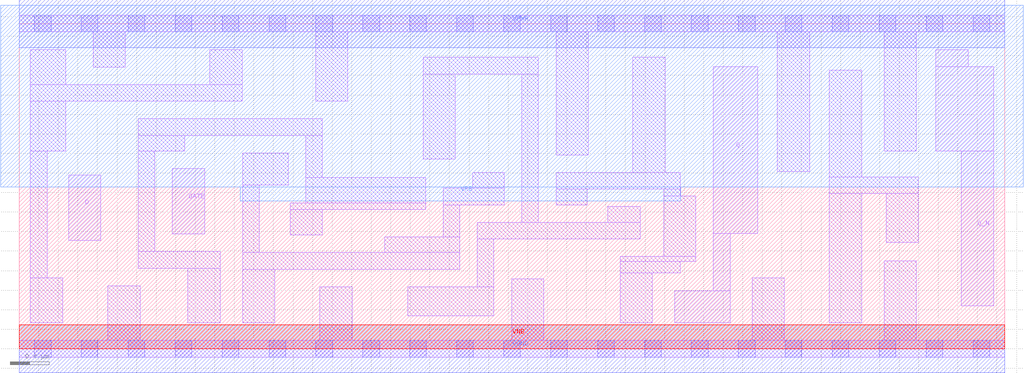
<source format=lef>
# Copyright 2020 The SkyWater PDK Authors
#
# Licensed under the Apache License, Version 2.0 (the "License");
# you may not use this file except in compliance with the License.
# You may obtain a copy of the License at
#
#     https://www.apache.org/licenses/LICENSE-2.0
#
# Unless required by applicable law or agreed to in writing, software
# distributed under the License is distributed on an "AS IS" BASIS,
# WITHOUT WARRANTIES OR CONDITIONS OF ANY KIND, either express or implied.
# See the License for the specific language governing permissions and
# limitations under the License.
#
# SPDX-License-Identifier: Apache-2.0

VERSION 5.7 ;
  NOWIREEXTENSIONATPIN ON ;
  DIVIDERCHAR "/" ;
  BUSBITCHARS "[]" ;
MACRO sky130_fd_sc_lp__dlxbp_lp2
  CLASS CORE ;
  FOREIGN sky130_fd_sc_lp__dlxbp_lp2 ;
  ORIGIN  0.000000  0.000000 ;
  SIZE  10.08000 BY  3.330000 ;
  SYMMETRY X Y R90 ;
  SITE unit ;
  PIN D
    ANTENNAGATEAREA  0.376000 ;
    DIRECTION INPUT ;
    USE SIGNAL ;
    PORT
      LAYER li1 ;
        RECT 0.505000 1.110000 0.835000 1.780000 ;
    END
  END D
  PIN Q
    ANTENNADIFFAREA  0.404700 ;
    DIRECTION OUTPUT ;
    USE SIGNAL ;
    PORT
      LAYER li1 ;
        RECT 6.705000 0.265000 7.270000 0.595000 ;
        RECT 7.100000 0.595000 7.270000 1.180000 ;
        RECT 7.100000 1.180000 7.555000 2.890000 ;
    END
  END Q
  PIN Q_N
    ANTENNADIFFAREA  0.404700 ;
    DIRECTION OUTPUT ;
    USE SIGNAL ;
    PORT
      LAYER li1 ;
        RECT 9.375000 2.025000 9.965000 2.890000 ;
        RECT 9.375000 2.890000 9.705000 3.065000 ;
        RECT 9.635000 0.440000 9.965000 2.025000 ;
    END
  END Q_N
  PIN GATE
    ANTENNAGATEAREA  0.376000 ;
    DIRECTION INPUT ;
    USE CLOCK ;
    PORT
      LAYER li1 ;
        RECT 1.565000 1.175000 1.895000 1.845000 ;
    END
  END GATE
  PIN VGND
    DIRECTION INOUT ;
    USE GROUND ;
    PORT
      LAYER met1 ;
        RECT 0.000000 -0.245000 10.080000 0.245000 ;
    END
  END VGND
  PIN VNB
    DIRECTION INOUT ;
    USE GROUND ;
    PORT
      LAYER pwell ;
        RECT 0.000000 0.000000 10.080000 0.245000 ;
    END
  END VNB
  PIN VPB
    DIRECTION INOUT ;
    USE POWER ;
    PORT
      LAYER nwell ;
        RECT -0.190000 1.655000 10.270000 3.520000 ;
        RECT  2.260000 1.515000  6.765000 1.655000 ;
    END
  END VPB
  PIN VPWR
    DIRECTION INOUT ;
    USE POWER ;
    PORT
      LAYER met1 ;
        RECT 0.000000 3.085000 10.080000 3.575000 ;
    END
  END VPWR
  OBS
    LAYER li1 ;
      RECT 0.000000 -0.085000 10.080000 0.085000 ;
      RECT 0.000000  3.245000 10.080000 3.415000 ;
      RECT 0.115000  0.265000  0.445000 0.725000 ;
      RECT 0.115000  0.725000  0.285000 2.025000 ;
      RECT 0.115000  2.025000  0.475000 2.535000 ;
      RECT 0.115000  2.535000  2.280000 2.705000 ;
      RECT 0.115000  2.705000  0.475000 3.065000 ;
      RECT 0.755000  2.885000  1.085000 3.245000 ;
      RECT 0.905000  0.085000  1.235000 0.645000 ;
      RECT 1.215000  0.825000  2.055000 0.995000 ;
      RECT 1.215000  0.995000  1.385000 2.025000 ;
      RECT 1.215000  2.025000  1.695000 2.185000 ;
      RECT 1.215000  2.185000  3.100000 2.355000 ;
      RECT 1.725000  0.265000  2.055000 0.825000 ;
      RECT 1.950000  2.705000  2.280000 3.065000 ;
      RECT 2.285000  0.265000  2.615000 0.815000 ;
      RECT 2.285000  0.815000  4.505000 0.985000 ;
      RECT 2.285000  0.985000  2.455000 1.675000 ;
      RECT 2.285000  1.675000  2.750000 2.005000 ;
      RECT 2.770000  1.165000  3.100000 1.425000 ;
      RECT 2.770000  1.425000  4.155000 1.495000 ;
      RECT 2.930000  1.495000  4.155000 1.755000 ;
      RECT 2.930000  1.755000  3.100000 2.185000 ;
      RECT 3.030000  2.535000  3.360000 3.245000 ;
      RECT 3.075000  0.085000  3.405000 0.635000 ;
      RECT 3.740000  0.985000  4.505000 1.145000 ;
      RECT 3.975000  0.335000  4.855000 0.635000 ;
      RECT 4.130000  1.945000  4.460000 2.815000 ;
      RECT 4.130000  2.815000  5.310000 2.985000 ;
      RECT 4.335000  1.145000  4.505000 1.475000 ;
      RECT 4.335000  1.475000  4.960000 1.645000 ;
      RECT 4.640000  1.645000  4.960000 1.805000 ;
      RECT 4.685000  0.635000  4.855000 1.125000 ;
      RECT 4.685000  1.125000  6.350000 1.295000 ;
      RECT 5.035000  0.085000  5.365000 0.715000 ;
      RECT 5.140000  1.295000  5.310000 2.815000 ;
      RECT 5.490000  1.475000  5.810000 1.635000 ;
      RECT 5.490000  1.635000  6.760000 1.805000 ;
      RECT 5.490000  1.985000  5.820000 3.245000 ;
      RECT 6.020000  1.295000  6.350000 1.455000 ;
      RECT 6.145000  0.265000  6.475000 0.775000 ;
      RECT 6.145000  0.775000  6.760000 0.895000 ;
      RECT 6.145000  0.895000  6.920000 0.945000 ;
      RECT 6.275000  1.805000  6.605000 2.985000 ;
      RECT 6.590000  0.945000  6.920000 1.565000 ;
      RECT 6.590000  1.565000  6.760000 1.635000 ;
      RECT 7.495000  0.085000  7.825000 0.725000 ;
      RECT 7.755000  1.815000  8.085000 3.245000 ;
      RECT 8.285000  0.265000  8.615000 1.590000 ;
      RECT 8.285000  1.590000  9.195000 1.760000 ;
      RECT 8.285000  1.760000  8.615000 2.855000 ;
      RECT 8.845000  0.085000  9.175000 0.900000 ;
      RECT 8.845000  2.025000  9.175000 3.245000 ;
      RECT 8.865000  1.090000  9.195000 1.590000 ;
    LAYER mcon ;
      RECT 0.155000 -0.085000 0.325000 0.085000 ;
      RECT 0.155000  3.245000 0.325000 3.415000 ;
      RECT 0.635000 -0.085000 0.805000 0.085000 ;
      RECT 0.635000  3.245000 0.805000 3.415000 ;
      RECT 1.115000 -0.085000 1.285000 0.085000 ;
      RECT 1.115000  3.245000 1.285000 3.415000 ;
      RECT 1.595000 -0.085000 1.765000 0.085000 ;
      RECT 1.595000  3.245000 1.765000 3.415000 ;
      RECT 2.075000 -0.085000 2.245000 0.085000 ;
      RECT 2.075000  3.245000 2.245000 3.415000 ;
      RECT 2.555000 -0.085000 2.725000 0.085000 ;
      RECT 2.555000  3.245000 2.725000 3.415000 ;
      RECT 3.035000 -0.085000 3.205000 0.085000 ;
      RECT 3.035000  3.245000 3.205000 3.415000 ;
      RECT 3.515000 -0.085000 3.685000 0.085000 ;
      RECT 3.515000  3.245000 3.685000 3.415000 ;
      RECT 3.995000 -0.085000 4.165000 0.085000 ;
      RECT 3.995000  3.245000 4.165000 3.415000 ;
      RECT 4.475000 -0.085000 4.645000 0.085000 ;
      RECT 4.475000  3.245000 4.645000 3.415000 ;
      RECT 4.955000 -0.085000 5.125000 0.085000 ;
      RECT 4.955000  3.245000 5.125000 3.415000 ;
      RECT 5.435000 -0.085000 5.605000 0.085000 ;
      RECT 5.435000  3.245000 5.605000 3.415000 ;
      RECT 5.915000 -0.085000 6.085000 0.085000 ;
      RECT 5.915000  3.245000 6.085000 3.415000 ;
      RECT 6.395000 -0.085000 6.565000 0.085000 ;
      RECT 6.395000  3.245000 6.565000 3.415000 ;
      RECT 6.875000 -0.085000 7.045000 0.085000 ;
      RECT 6.875000  3.245000 7.045000 3.415000 ;
      RECT 7.355000 -0.085000 7.525000 0.085000 ;
      RECT 7.355000  3.245000 7.525000 3.415000 ;
      RECT 7.835000 -0.085000 8.005000 0.085000 ;
      RECT 7.835000  3.245000 8.005000 3.415000 ;
      RECT 8.315000 -0.085000 8.485000 0.085000 ;
      RECT 8.315000  3.245000 8.485000 3.415000 ;
      RECT 8.795000 -0.085000 8.965000 0.085000 ;
      RECT 8.795000  3.245000 8.965000 3.415000 ;
      RECT 9.275000 -0.085000 9.445000 0.085000 ;
      RECT 9.275000  3.245000 9.445000 3.415000 ;
      RECT 9.755000 -0.085000 9.925000 0.085000 ;
      RECT 9.755000  3.245000 9.925000 3.415000 ;
  END
END sky130_fd_sc_lp__dlxbp_lp2
END LIBRARY

</source>
